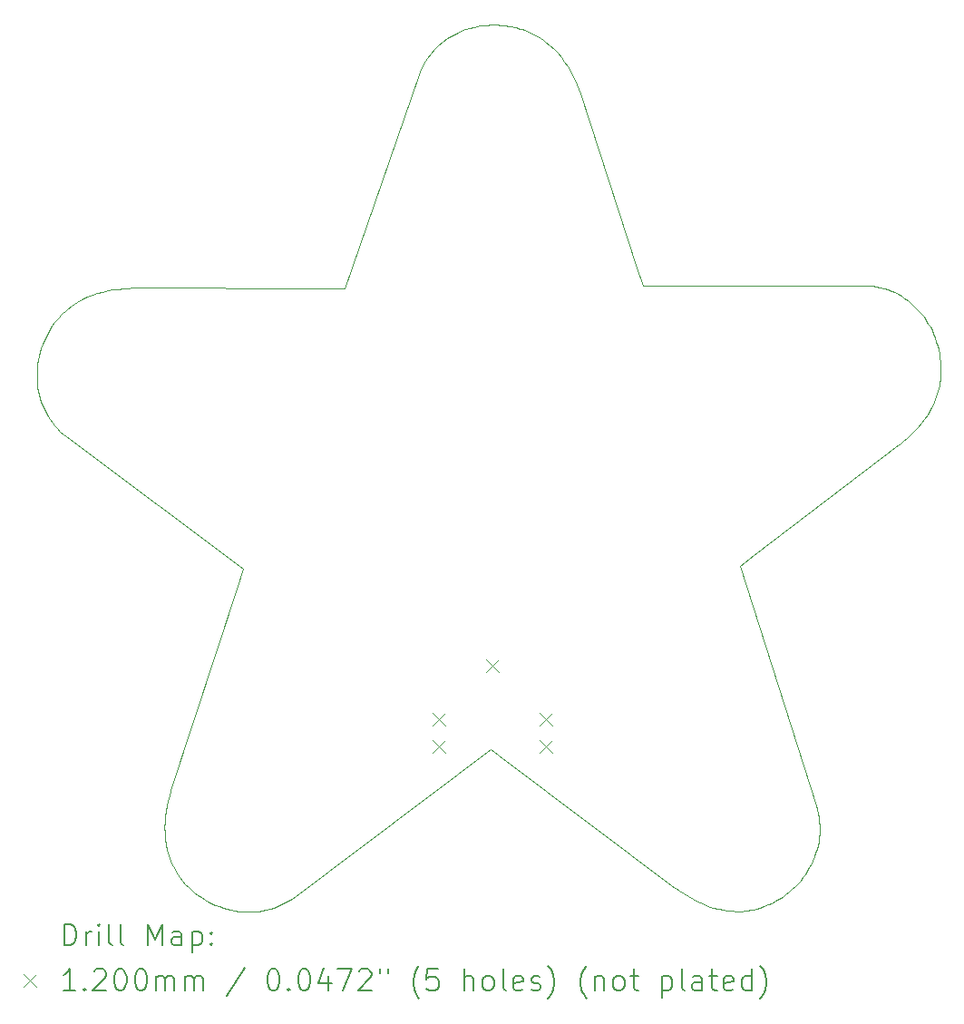
<source format=gbr>
%TF.GenerationSoftware,KiCad,Pcbnew,9.0.0*%
%TF.CreationDate,2025-03-28T10:35:52+01:00*%
%TF.ProjectId,Blinkenstar,426c696e-6b65-46e7-9374-61722e6b6963,rev?*%
%TF.SameCoordinates,Original*%
%TF.FileFunction,Drillmap*%
%TF.FilePolarity,Positive*%
%FSLAX45Y45*%
G04 Gerber Fmt 4.5, Leading zero omitted, Abs format (unit mm)*
G04 Created by KiCad (PCBNEW 9.0.0) date 2025-03-28 10:35:52*
%MOMM*%
%LPD*%
G01*
G04 APERTURE LIST*
%ADD10C,0.052916*%
%ADD11C,0.200000*%
%ADD12C,0.120000*%
G04 APERTURE END LIST*
D10*
X11512528Y-4744853D02*
X11531228Y-4745531D01*
X11549971Y-4746627D01*
X11568748Y-4748144D01*
X11587554Y-4750085D01*
X11606380Y-4752450D01*
X11625219Y-4755243D01*
X11644063Y-4758465D01*
X11662905Y-4762119D01*
X11681737Y-4766206D01*
X11700553Y-4770729D01*
X11719344Y-4775689D01*
X11738103Y-4781090D01*
X11756823Y-4786932D01*
X11775495Y-4793219D01*
X11775495Y-4793230D01*
X11803647Y-4803695D01*
X11830867Y-4815071D01*
X11857173Y-4827321D01*
X11882581Y-4840403D01*
X11907111Y-4854278D01*
X11930780Y-4868907D01*
X11953605Y-4884250D01*
X11975604Y-4900268D01*
X12017195Y-4934167D01*
X12055696Y-4970289D01*
X12091248Y-5008317D01*
X12123993Y-5047934D01*
X12154072Y-5088822D01*
X12181627Y-5130666D01*
X12206800Y-5173148D01*
X12229732Y-5215952D01*
X12250566Y-5258760D01*
X12269442Y-5301257D01*
X12286504Y-5343124D01*
X12301892Y-5384046D01*
X12302400Y-5385472D01*
X12302898Y-5386901D01*
X12303383Y-5388335D01*
X12303856Y-5389772D01*
X12831927Y-7015616D01*
X12889566Y-7178469D01*
X14953792Y-7178469D01*
X14991558Y-7179535D01*
X15028711Y-7182697D01*
X15065212Y-7187895D01*
X15101024Y-7195074D01*
X15136108Y-7204175D01*
X15170425Y-7215142D01*
X15203937Y-7227916D01*
X15236606Y-7242440D01*
X15268394Y-7258658D01*
X15299260Y-7276511D01*
X15329169Y-7295942D01*
X15358080Y-7316894D01*
X15385955Y-7339309D01*
X15412757Y-7363131D01*
X15438445Y-7388300D01*
X15462983Y-7414761D01*
X15486332Y-7442456D01*
X15508453Y-7471327D01*
X15529308Y-7501316D01*
X15548858Y-7532368D01*
X15567065Y-7564423D01*
X15583890Y-7597425D01*
X15599295Y-7631317D01*
X15613242Y-7666040D01*
X15625693Y-7701538D01*
X15636607Y-7737752D01*
X15645948Y-7774627D01*
X15653677Y-7812104D01*
X15659756Y-7850125D01*
X15664145Y-7888635D01*
X15666806Y-7927574D01*
X15667702Y-7966886D01*
X15667104Y-7996903D01*
X15665339Y-8026342D01*
X15662449Y-8055206D01*
X15658478Y-8083499D01*
X15653468Y-8111224D01*
X15647464Y-8138384D01*
X15640508Y-8164985D01*
X15632643Y-8191028D01*
X15623912Y-8216519D01*
X15614358Y-8241460D01*
X15604025Y-8265855D01*
X15592956Y-8289707D01*
X15581193Y-8313021D01*
X15568780Y-8335800D01*
X15542175Y-8379767D01*
X15513486Y-8421637D01*
X15483059Y-8461439D01*
X15451237Y-8499203D01*
X15418365Y-8534956D01*
X15384789Y-8568729D01*
X15350853Y-8600549D01*
X15316902Y-8630447D01*
X15283281Y-8658451D01*
X15282154Y-8659358D01*
X15281021Y-8660257D01*
X15279881Y-8661146D01*
X15278734Y-8662027D01*
X13918042Y-9696961D01*
X13788840Y-9794681D01*
X14502181Y-12032436D01*
X14502181Y-12032383D01*
X14513008Y-12069876D01*
X14521702Y-12107464D01*
X14528299Y-12145087D01*
X14532839Y-12182688D01*
X14535359Y-12220207D01*
X14535897Y-12257585D01*
X14534491Y-12294764D01*
X14531180Y-12331683D01*
X14526000Y-12368284D01*
X14518991Y-12404509D01*
X14510189Y-12440297D01*
X14499634Y-12475591D01*
X14487362Y-12510330D01*
X14473412Y-12544457D01*
X14457823Y-12577912D01*
X14440631Y-12610635D01*
X14421875Y-12642569D01*
X14401593Y-12673654D01*
X14379822Y-12703831D01*
X14356601Y-12733041D01*
X14331969Y-12761225D01*
X14305961Y-12788324D01*
X14278618Y-12814279D01*
X14249976Y-12839031D01*
X14220074Y-12862521D01*
X14188949Y-12884690D01*
X14156640Y-12905480D01*
X14123185Y-12924830D01*
X14088621Y-12942682D01*
X14052987Y-12958977D01*
X14016320Y-12973656D01*
X13978658Y-12986660D01*
X13978398Y-12986756D01*
X13949146Y-12995349D01*
X13920098Y-13002567D01*
X13891264Y-13008455D01*
X13862654Y-13013058D01*
X13834278Y-13016422D01*
X13806144Y-13018593D01*
X13778263Y-13019616D01*
X13750644Y-13019538D01*
X13723296Y-13018403D01*
X13696230Y-13016257D01*
X13669454Y-13013147D01*
X13642978Y-13009117D01*
X13590965Y-12998482D01*
X13540268Y-12984718D01*
X13490962Y-12968190D01*
X13443125Y-12949263D01*
X13396832Y-12928302D01*
X13352160Y-12905672D01*
X13309186Y-12881739D01*
X13267985Y-12856869D01*
X13228635Y-12831425D01*
X13191211Y-12805774D01*
X13190046Y-12804948D01*
X13188888Y-12804113D01*
X13187736Y-12803269D01*
X13186591Y-12802415D01*
X11609932Y-11617744D01*
X11462810Y-11504087D01*
X9642260Y-12878276D01*
X9642207Y-12878276D01*
X9610288Y-12901041D01*
X9577568Y-12921833D01*
X9544115Y-12940666D01*
X9509998Y-12957556D01*
X9475285Y-12972519D01*
X9440045Y-12985569D01*
X9404348Y-12996723D01*
X9368261Y-13005995D01*
X9331853Y-13013401D01*
X9295194Y-13018955D01*
X9258351Y-13022675D01*
X9221394Y-13024573D01*
X9184391Y-13024667D01*
X9147410Y-13022972D01*
X9110522Y-13019502D01*
X9073794Y-13014273D01*
X9037295Y-13007300D01*
X9001093Y-12998599D01*
X8965259Y-12988186D01*
X8929859Y-12976074D01*
X8894963Y-12962280D01*
X8860640Y-12946820D01*
X8826958Y-12929707D01*
X8793987Y-12910958D01*
X8761794Y-12890588D01*
X8730448Y-12868613D01*
X8700019Y-12845047D01*
X8670574Y-12819906D01*
X8642183Y-12793206D01*
X8614915Y-12764961D01*
X8588837Y-12735187D01*
X8564019Y-12703899D01*
X8546115Y-12679131D01*
X8529595Y-12654093D01*
X8514419Y-12628811D01*
X8500547Y-12603307D01*
X8487937Y-12577607D01*
X8476549Y-12551736D01*
X8466342Y-12525716D01*
X8457275Y-12499574D01*
X8442402Y-12447018D01*
X8431603Y-12394261D01*
X8424553Y-12341500D01*
X8420927Y-12288928D01*
X8420400Y-12236742D01*
X8422646Y-12185137D01*
X8427339Y-12134307D01*
X8434155Y-12084447D01*
X8442769Y-12035753D01*
X8452854Y-11988420D01*
X8464086Y-11942642D01*
X8476139Y-11898615D01*
X8476610Y-11896999D01*
X8477096Y-11895387D01*
X8477597Y-11893779D01*
X8478113Y-11892176D01*
X9103852Y-9979415D01*
X9156914Y-9818990D01*
X7504529Y-8588730D01*
X7504582Y-8588730D01*
X7474589Y-8565080D01*
X7446318Y-8540113D01*
X7419767Y-8513897D01*
X7394936Y-8486503D01*
X7371823Y-8457999D01*
X7350427Y-8428455D01*
X7330747Y-8397940D01*
X7312782Y-8366525D01*
X7296530Y-8334278D01*
X7281990Y-8301268D01*
X7269162Y-8267566D01*
X7258043Y-8233240D01*
X7248634Y-8198360D01*
X7240932Y-8162996D01*
X7234936Y-8127216D01*
X7230646Y-8091091D01*
X7228061Y-8054690D01*
X7227178Y-8018082D01*
X7227997Y-7981336D01*
X7230516Y-7944522D01*
X7234736Y-7907710D01*
X7240653Y-7870969D01*
X7248268Y-7834368D01*
X7257578Y-7797977D01*
X7268584Y-7761864D01*
X7281283Y-7726101D01*
X7295675Y-7690755D01*
X7311758Y-7655897D01*
X7329532Y-7621596D01*
X7348994Y-7587921D01*
X7370144Y-7554942D01*
X7392981Y-7522728D01*
X7411519Y-7498850D01*
X7430664Y-7476165D01*
X7450383Y-7454644D01*
X7470643Y-7434257D01*
X7491411Y-7414973D01*
X7512653Y-7396762D01*
X7556427Y-7363442D01*
X7601699Y-7334056D01*
X7648201Y-7308364D01*
X7695667Y-7286126D01*
X7743832Y-7267103D01*
X7792428Y-7251054D01*
X7841188Y-7237740D01*
X7889847Y-7226921D01*
X7938138Y-7218356D01*
X7985795Y-7211807D01*
X8032550Y-7207032D01*
X8078137Y-7203792D01*
X8122291Y-7201848D01*
X8123802Y-7201805D01*
X8125314Y-7201776D01*
X8126825Y-7201759D01*
X8128337Y-7201755D01*
X9863383Y-7204173D01*
X9864268Y-7204507D01*
X9865151Y-7204845D01*
X10098438Y-7204845D01*
X10795864Y-5207551D01*
X10805791Y-5180950D01*
X10816754Y-5155047D01*
X10828721Y-5129851D01*
X10841662Y-5105371D01*
X10855546Y-5081615D01*
X10870343Y-5058591D01*
X10902553Y-5014775D01*
X10938048Y-4973990D01*
X10976582Y-4936303D01*
X11017911Y-4901782D01*
X11061790Y-4870495D01*
X11107975Y-4842508D01*
X11156221Y-4817890D01*
X11206283Y-4796708D01*
X11257917Y-4779029D01*
X11310878Y-4764920D01*
X11364920Y-4754451D01*
X11419801Y-4747687D01*
X11475274Y-4744696D01*
X11475286Y-4744747D01*
X11493879Y-4744593D01*
X11512528Y-4744853D01*
D11*
D12*
X10919406Y-11169646D02*
X11039406Y-11289646D01*
X11039406Y-11169646D02*
X10919406Y-11289646D01*
X10919406Y-11419646D02*
X11039406Y-11539646D01*
X11039406Y-11419646D02*
X10919406Y-11539646D01*
X11419405Y-10669646D02*
X11539405Y-10789646D01*
X11539405Y-10669646D02*
X11419405Y-10789646D01*
X11919405Y-11169646D02*
X12039405Y-11289646D01*
X12039405Y-11169646D02*
X11919405Y-11289646D01*
X11919405Y-11419646D02*
X12039405Y-11539646D01*
X12039405Y-11419646D02*
X11919405Y-11539646D01*
D11*
X7485309Y-13338797D02*
X7485309Y-13138797D01*
X7485309Y-13138797D02*
X7532928Y-13138797D01*
X7532928Y-13138797D02*
X7561499Y-13148321D01*
X7561499Y-13148321D02*
X7580547Y-13167368D01*
X7580547Y-13167368D02*
X7590071Y-13186416D01*
X7590071Y-13186416D02*
X7599594Y-13224511D01*
X7599594Y-13224511D02*
X7599594Y-13253083D01*
X7599594Y-13253083D02*
X7590071Y-13291178D01*
X7590071Y-13291178D02*
X7580547Y-13310226D01*
X7580547Y-13310226D02*
X7561499Y-13329273D01*
X7561499Y-13329273D02*
X7532928Y-13338797D01*
X7532928Y-13338797D02*
X7485309Y-13338797D01*
X7685309Y-13338797D02*
X7685309Y-13205464D01*
X7685309Y-13243559D02*
X7694832Y-13224511D01*
X7694832Y-13224511D02*
X7704356Y-13214987D01*
X7704356Y-13214987D02*
X7723404Y-13205464D01*
X7723404Y-13205464D02*
X7742452Y-13205464D01*
X7809118Y-13338797D02*
X7809118Y-13205464D01*
X7809118Y-13138797D02*
X7799594Y-13148321D01*
X7799594Y-13148321D02*
X7809118Y-13157845D01*
X7809118Y-13157845D02*
X7818642Y-13148321D01*
X7818642Y-13148321D02*
X7809118Y-13138797D01*
X7809118Y-13138797D02*
X7809118Y-13157845D01*
X7932928Y-13338797D02*
X7913880Y-13329273D01*
X7913880Y-13329273D02*
X7904356Y-13310226D01*
X7904356Y-13310226D02*
X7904356Y-13138797D01*
X8037690Y-13338797D02*
X8018642Y-13329273D01*
X8018642Y-13329273D02*
X8009118Y-13310226D01*
X8009118Y-13310226D02*
X8009118Y-13138797D01*
X8266261Y-13338797D02*
X8266261Y-13138797D01*
X8266261Y-13138797D02*
X8332928Y-13281654D01*
X8332928Y-13281654D02*
X8399594Y-13138797D01*
X8399594Y-13138797D02*
X8399594Y-13338797D01*
X8580547Y-13338797D02*
X8580547Y-13234035D01*
X8580547Y-13234035D02*
X8571023Y-13214987D01*
X8571023Y-13214987D02*
X8551975Y-13205464D01*
X8551975Y-13205464D02*
X8513880Y-13205464D01*
X8513880Y-13205464D02*
X8494833Y-13214987D01*
X8580547Y-13329273D02*
X8561499Y-13338797D01*
X8561499Y-13338797D02*
X8513880Y-13338797D01*
X8513880Y-13338797D02*
X8494833Y-13329273D01*
X8494833Y-13329273D02*
X8485309Y-13310226D01*
X8485309Y-13310226D02*
X8485309Y-13291178D01*
X8485309Y-13291178D02*
X8494833Y-13272130D01*
X8494833Y-13272130D02*
X8513880Y-13262607D01*
X8513880Y-13262607D02*
X8561499Y-13262607D01*
X8561499Y-13262607D02*
X8580547Y-13253083D01*
X8675785Y-13205464D02*
X8675785Y-13405464D01*
X8675785Y-13214987D02*
X8694833Y-13205464D01*
X8694833Y-13205464D02*
X8732928Y-13205464D01*
X8732928Y-13205464D02*
X8751975Y-13214987D01*
X8751975Y-13214987D02*
X8761499Y-13224511D01*
X8761499Y-13224511D02*
X8771023Y-13243559D01*
X8771023Y-13243559D02*
X8771023Y-13300702D01*
X8771023Y-13300702D02*
X8761499Y-13319749D01*
X8761499Y-13319749D02*
X8751975Y-13329273D01*
X8751975Y-13329273D02*
X8732928Y-13338797D01*
X8732928Y-13338797D02*
X8694833Y-13338797D01*
X8694833Y-13338797D02*
X8675785Y-13329273D01*
X8856737Y-13319749D02*
X8866261Y-13329273D01*
X8866261Y-13329273D02*
X8856737Y-13338797D01*
X8856737Y-13338797D02*
X8847214Y-13329273D01*
X8847214Y-13329273D02*
X8856737Y-13319749D01*
X8856737Y-13319749D02*
X8856737Y-13338797D01*
X8856737Y-13214987D02*
X8866261Y-13224511D01*
X8866261Y-13224511D02*
X8856737Y-13234035D01*
X8856737Y-13234035D02*
X8847214Y-13224511D01*
X8847214Y-13224511D02*
X8856737Y-13214987D01*
X8856737Y-13214987D02*
X8856737Y-13234035D01*
D12*
X7104532Y-13607313D02*
X7224532Y-13727313D01*
X7224532Y-13607313D02*
X7104532Y-13727313D01*
D11*
X7590071Y-13758797D02*
X7475785Y-13758797D01*
X7532928Y-13758797D02*
X7532928Y-13558797D01*
X7532928Y-13558797D02*
X7513880Y-13587368D01*
X7513880Y-13587368D02*
X7494832Y-13606416D01*
X7494832Y-13606416D02*
X7475785Y-13615940D01*
X7675785Y-13739749D02*
X7685309Y-13749273D01*
X7685309Y-13749273D02*
X7675785Y-13758797D01*
X7675785Y-13758797D02*
X7666261Y-13749273D01*
X7666261Y-13749273D02*
X7675785Y-13739749D01*
X7675785Y-13739749D02*
X7675785Y-13758797D01*
X7761499Y-13577845D02*
X7771023Y-13568321D01*
X7771023Y-13568321D02*
X7790071Y-13558797D01*
X7790071Y-13558797D02*
X7837690Y-13558797D01*
X7837690Y-13558797D02*
X7856737Y-13568321D01*
X7856737Y-13568321D02*
X7866261Y-13577845D01*
X7866261Y-13577845D02*
X7875785Y-13596892D01*
X7875785Y-13596892D02*
X7875785Y-13615940D01*
X7875785Y-13615940D02*
X7866261Y-13644511D01*
X7866261Y-13644511D02*
X7751975Y-13758797D01*
X7751975Y-13758797D02*
X7875785Y-13758797D01*
X7999594Y-13558797D02*
X8018642Y-13558797D01*
X8018642Y-13558797D02*
X8037690Y-13568321D01*
X8037690Y-13568321D02*
X8047213Y-13577845D01*
X8047213Y-13577845D02*
X8056737Y-13596892D01*
X8056737Y-13596892D02*
X8066261Y-13634987D01*
X8066261Y-13634987D02*
X8066261Y-13682607D01*
X8066261Y-13682607D02*
X8056737Y-13720702D01*
X8056737Y-13720702D02*
X8047213Y-13739749D01*
X8047213Y-13739749D02*
X8037690Y-13749273D01*
X8037690Y-13749273D02*
X8018642Y-13758797D01*
X8018642Y-13758797D02*
X7999594Y-13758797D01*
X7999594Y-13758797D02*
X7980547Y-13749273D01*
X7980547Y-13749273D02*
X7971023Y-13739749D01*
X7971023Y-13739749D02*
X7961499Y-13720702D01*
X7961499Y-13720702D02*
X7951975Y-13682607D01*
X7951975Y-13682607D02*
X7951975Y-13634987D01*
X7951975Y-13634987D02*
X7961499Y-13596892D01*
X7961499Y-13596892D02*
X7971023Y-13577845D01*
X7971023Y-13577845D02*
X7980547Y-13568321D01*
X7980547Y-13568321D02*
X7999594Y-13558797D01*
X8190071Y-13558797D02*
X8209118Y-13558797D01*
X8209118Y-13558797D02*
X8228166Y-13568321D01*
X8228166Y-13568321D02*
X8237690Y-13577845D01*
X8237690Y-13577845D02*
X8247213Y-13596892D01*
X8247213Y-13596892D02*
X8256737Y-13634987D01*
X8256737Y-13634987D02*
X8256737Y-13682607D01*
X8256737Y-13682607D02*
X8247213Y-13720702D01*
X8247213Y-13720702D02*
X8237690Y-13739749D01*
X8237690Y-13739749D02*
X8228166Y-13749273D01*
X8228166Y-13749273D02*
X8209118Y-13758797D01*
X8209118Y-13758797D02*
X8190071Y-13758797D01*
X8190071Y-13758797D02*
X8171023Y-13749273D01*
X8171023Y-13749273D02*
X8161499Y-13739749D01*
X8161499Y-13739749D02*
X8151975Y-13720702D01*
X8151975Y-13720702D02*
X8142452Y-13682607D01*
X8142452Y-13682607D02*
X8142452Y-13634987D01*
X8142452Y-13634987D02*
X8151975Y-13596892D01*
X8151975Y-13596892D02*
X8161499Y-13577845D01*
X8161499Y-13577845D02*
X8171023Y-13568321D01*
X8171023Y-13568321D02*
X8190071Y-13558797D01*
X8342452Y-13758797D02*
X8342452Y-13625464D01*
X8342452Y-13644511D02*
X8351975Y-13634987D01*
X8351975Y-13634987D02*
X8371023Y-13625464D01*
X8371023Y-13625464D02*
X8399595Y-13625464D01*
X8399595Y-13625464D02*
X8418642Y-13634987D01*
X8418642Y-13634987D02*
X8428166Y-13654035D01*
X8428166Y-13654035D02*
X8428166Y-13758797D01*
X8428166Y-13654035D02*
X8437690Y-13634987D01*
X8437690Y-13634987D02*
X8456737Y-13625464D01*
X8456737Y-13625464D02*
X8485309Y-13625464D01*
X8485309Y-13625464D02*
X8504356Y-13634987D01*
X8504356Y-13634987D02*
X8513880Y-13654035D01*
X8513880Y-13654035D02*
X8513880Y-13758797D01*
X8609118Y-13758797D02*
X8609118Y-13625464D01*
X8609118Y-13644511D02*
X8618642Y-13634987D01*
X8618642Y-13634987D02*
X8637690Y-13625464D01*
X8637690Y-13625464D02*
X8666261Y-13625464D01*
X8666261Y-13625464D02*
X8685309Y-13634987D01*
X8685309Y-13634987D02*
X8694833Y-13654035D01*
X8694833Y-13654035D02*
X8694833Y-13758797D01*
X8694833Y-13654035D02*
X8704356Y-13634987D01*
X8704356Y-13634987D02*
X8723404Y-13625464D01*
X8723404Y-13625464D02*
X8751975Y-13625464D01*
X8751975Y-13625464D02*
X8771023Y-13634987D01*
X8771023Y-13634987D02*
X8780547Y-13654035D01*
X8780547Y-13654035D02*
X8780547Y-13758797D01*
X9171023Y-13549273D02*
X8999595Y-13806416D01*
X9428166Y-13558797D02*
X9447214Y-13558797D01*
X9447214Y-13558797D02*
X9466261Y-13568321D01*
X9466261Y-13568321D02*
X9475785Y-13577845D01*
X9475785Y-13577845D02*
X9485309Y-13596892D01*
X9485309Y-13596892D02*
X9494833Y-13634987D01*
X9494833Y-13634987D02*
X9494833Y-13682607D01*
X9494833Y-13682607D02*
X9485309Y-13720702D01*
X9485309Y-13720702D02*
X9475785Y-13739749D01*
X9475785Y-13739749D02*
X9466261Y-13749273D01*
X9466261Y-13749273D02*
X9447214Y-13758797D01*
X9447214Y-13758797D02*
X9428166Y-13758797D01*
X9428166Y-13758797D02*
X9409118Y-13749273D01*
X9409118Y-13749273D02*
X9399595Y-13739749D01*
X9399595Y-13739749D02*
X9390071Y-13720702D01*
X9390071Y-13720702D02*
X9380547Y-13682607D01*
X9380547Y-13682607D02*
X9380547Y-13634987D01*
X9380547Y-13634987D02*
X9390071Y-13596892D01*
X9390071Y-13596892D02*
X9399595Y-13577845D01*
X9399595Y-13577845D02*
X9409118Y-13568321D01*
X9409118Y-13568321D02*
X9428166Y-13558797D01*
X9580547Y-13739749D02*
X9590071Y-13749273D01*
X9590071Y-13749273D02*
X9580547Y-13758797D01*
X9580547Y-13758797D02*
X9571023Y-13749273D01*
X9571023Y-13749273D02*
X9580547Y-13739749D01*
X9580547Y-13739749D02*
X9580547Y-13758797D01*
X9713880Y-13558797D02*
X9732928Y-13558797D01*
X9732928Y-13558797D02*
X9751976Y-13568321D01*
X9751976Y-13568321D02*
X9761499Y-13577845D01*
X9761499Y-13577845D02*
X9771023Y-13596892D01*
X9771023Y-13596892D02*
X9780547Y-13634987D01*
X9780547Y-13634987D02*
X9780547Y-13682607D01*
X9780547Y-13682607D02*
X9771023Y-13720702D01*
X9771023Y-13720702D02*
X9761499Y-13739749D01*
X9761499Y-13739749D02*
X9751976Y-13749273D01*
X9751976Y-13749273D02*
X9732928Y-13758797D01*
X9732928Y-13758797D02*
X9713880Y-13758797D01*
X9713880Y-13758797D02*
X9694833Y-13749273D01*
X9694833Y-13749273D02*
X9685309Y-13739749D01*
X9685309Y-13739749D02*
X9675785Y-13720702D01*
X9675785Y-13720702D02*
X9666261Y-13682607D01*
X9666261Y-13682607D02*
X9666261Y-13634987D01*
X9666261Y-13634987D02*
X9675785Y-13596892D01*
X9675785Y-13596892D02*
X9685309Y-13577845D01*
X9685309Y-13577845D02*
X9694833Y-13568321D01*
X9694833Y-13568321D02*
X9713880Y-13558797D01*
X9951976Y-13625464D02*
X9951976Y-13758797D01*
X9904357Y-13549273D02*
X9856738Y-13692130D01*
X9856738Y-13692130D02*
X9980547Y-13692130D01*
X10037690Y-13558797D02*
X10171023Y-13558797D01*
X10171023Y-13558797D02*
X10085309Y-13758797D01*
X10237690Y-13577845D02*
X10247214Y-13568321D01*
X10247214Y-13568321D02*
X10266261Y-13558797D01*
X10266261Y-13558797D02*
X10313880Y-13558797D01*
X10313880Y-13558797D02*
X10332928Y-13568321D01*
X10332928Y-13568321D02*
X10342452Y-13577845D01*
X10342452Y-13577845D02*
X10351976Y-13596892D01*
X10351976Y-13596892D02*
X10351976Y-13615940D01*
X10351976Y-13615940D02*
X10342452Y-13644511D01*
X10342452Y-13644511D02*
X10228166Y-13758797D01*
X10228166Y-13758797D02*
X10351976Y-13758797D01*
X10428166Y-13558797D02*
X10428166Y-13596892D01*
X10504357Y-13558797D02*
X10504357Y-13596892D01*
X10799595Y-13834987D02*
X10790071Y-13825464D01*
X10790071Y-13825464D02*
X10771023Y-13796892D01*
X10771023Y-13796892D02*
X10761500Y-13777845D01*
X10761500Y-13777845D02*
X10751976Y-13749273D01*
X10751976Y-13749273D02*
X10742452Y-13701654D01*
X10742452Y-13701654D02*
X10742452Y-13663559D01*
X10742452Y-13663559D02*
X10751976Y-13615940D01*
X10751976Y-13615940D02*
X10761500Y-13587368D01*
X10761500Y-13587368D02*
X10771023Y-13568321D01*
X10771023Y-13568321D02*
X10790071Y-13539749D01*
X10790071Y-13539749D02*
X10799595Y-13530226D01*
X10971023Y-13558797D02*
X10875785Y-13558797D01*
X10875785Y-13558797D02*
X10866261Y-13654035D01*
X10866261Y-13654035D02*
X10875785Y-13644511D01*
X10875785Y-13644511D02*
X10894833Y-13634987D01*
X10894833Y-13634987D02*
X10942452Y-13634987D01*
X10942452Y-13634987D02*
X10961500Y-13644511D01*
X10961500Y-13644511D02*
X10971023Y-13654035D01*
X10971023Y-13654035D02*
X10980547Y-13673083D01*
X10980547Y-13673083D02*
X10980547Y-13720702D01*
X10980547Y-13720702D02*
X10971023Y-13739749D01*
X10971023Y-13739749D02*
X10961500Y-13749273D01*
X10961500Y-13749273D02*
X10942452Y-13758797D01*
X10942452Y-13758797D02*
X10894833Y-13758797D01*
X10894833Y-13758797D02*
X10875785Y-13749273D01*
X10875785Y-13749273D02*
X10866261Y-13739749D01*
X11218642Y-13758797D02*
X11218642Y-13558797D01*
X11304357Y-13758797D02*
X11304357Y-13654035D01*
X11304357Y-13654035D02*
X11294833Y-13634987D01*
X11294833Y-13634987D02*
X11275785Y-13625464D01*
X11275785Y-13625464D02*
X11247214Y-13625464D01*
X11247214Y-13625464D02*
X11228166Y-13634987D01*
X11228166Y-13634987D02*
X11218642Y-13644511D01*
X11428166Y-13758797D02*
X11409119Y-13749273D01*
X11409119Y-13749273D02*
X11399595Y-13739749D01*
X11399595Y-13739749D02*
X11390071Y-13720702D01*
X11390071Y-13720702D02*
X11390071Y-13663559D01*
X11390071Y-13663559D02*
X11399595Y-13644511D01*
X11399595Y-13644511D02*
X11409119Y-13634987D01*
X11409119Y-13634987D02*
X11428166Y-13625464D01*
X11428166Y-13625464D02*
X11456738Y-13625464D01*
X11456738Y-13625464D02*
X11475785Y-13634987D01*
X11475785Y-13634987D02*
X11485309Y-13644511D01*
X11485309Y-13644511D02*
X11494833Y-13663559D01*
X11494833Y-13663559D02*
X11494833Y-13720702D01*
X11494833Y-13720702D02*
X11485309Y-13739749D01*
X11485309Y-13739749D02*
X11475785Y-13749273D01*
X11475785Y-13749273D02*
X11456738Y-13758797D01*
X11456738Y-13758797D02*
X11428166Y-13758797D01*
X11609119Y-13758797D02*
X11590071Y-13749273D01*
X11590071Y-13749273D02*
X11580547Y-13730226D01*
X11580547Y-13730226D02*
X11580547Y-13558797D01*
X11761500Y-13749273D02*
X11742452Y-13758797D01*
X11742452Y-13758797D02*
X11704357Y-13758797D01*
X11704357Y-13758797D02*
X11685309Y-13749273D01*
X11685309Y-13749273D02*
X11675785Y-13730226D01*
X11675785Y-13730226D02*
X11675785Y-13654035D01*
X11675785Y-13654035D02*
X11685309Y-13634987D01*
X11685309Y-13634987D02*
X11704357Y-13625464D01*
X11704357Y-13625464D02*
X11742452Y-13625464D01*
X11742452Y-13625464D02*
X11761500Y-13634987D01*
X11761500Y-13634987D02*
X11771023Y-13654035D01*
X11771023Y-13654035D02*
X11771023Y-13673083D01*
X11771023Y-13673083D02*
X11675785Y-13692130D01*
X11847214Y-13749273D02*
X11866261Y-13758797D01*
X11866261Y-13758797D02*
X11904357Y-13758797D01*
X11904357Y-13758797D02*
X11923404Y-13749273D01*
X11923404Y-13749273D02*
X11932928Y-13730226D01*
X11932928Y-13730226D02*
X11932928Y-13720702D01*
X11932928Y-13720702D02*
X11923404Y-13701654D01*
X11923404Y-13701654D02*
X11904357Y-13692130D01*
X11904357Y-13692130D02*
X11875785Y-13692130D01*
X11875785Y-13692130D02*
X11856738Y-13682607D01*
X11856738Y-13682607D02*
X11847214Y-13663559D01*
X11847214Y-13663559D02*
X11847214Y-13654035D01*
X11847214Y-13654035D02*
X11856738Y-13634987D01*
X11856738Y-13634987D02*
X11875785Y-13625464D01*
X11875785Y-13625464D02*
X11904357Y-13625464D01*
X11904357Y-13625464D02*
X11923404Y-13634987D01*
X11999595Y-13834987D02*
X12009119Y-13825464D01*
X12009119Y-13825464D02*
X12028166Y-13796892D01*
X12028166Y-13796892D02*
X12037690Y-13777845D01*
X12037690Y-13777845D02*
X12047214Y-13749273D01*
X12047214Y-13749273D02*
X12056738Y-13701654D01*
X12056738Y-13701654D02*
X12056738Y-13663559D01*
X12056738Y-13663559D02*
X12047214Y-13615940D01*
X12047214Y-13615940D02*
X12037690Y-13587368D01*
X12037690Y-13587368D02*
X12028166Y-13568321D01*
X12028166Y-13568321D02*
X12009119Y-13539749D01*
X12009119Y-13539749D02*
X11999595Y-13530226D01*
X12361500Y-13834987D02*
X12351976Y-13825464D01*
X12351976Y-13825464D02*
X12332928Y-13796892D01*
X12332928Y-13796892D02*
X12323404Y-13777845D01*
X12323404Y-13777845D02*
X12313881Y-13749273D01*
X12313881Y-13749273D02*
X12304357Y-13701654D01*
X12304357Y-13701654D02*
X12304357Y-13663559D01*
X12304357Y-13663559D02*
X12313881Y-13615940D01*
X12313881Y-13615940D02*
X12323404Y-13587368D01*
X12323404Y-13587368D02*
X12332928Y-13568321D01*
X12332928Y-13568321D02*
X12351976Y-13539749D01*
X12351976Y-13539749D02*
X12361500Y-13530226D01*
X12437690Y-13625464D02*
X12437690Y-13758797D01*
X12437690Y-13644511D02*
X12447214Y-13634987D01*
X12447214Y-13634987D02*
X12466261Y-13625464D01*
X12466261Y-13625464D02*
X12494833Y-13625464D01*
X12494833Y-13625464D02*
X12513881Y-13634987D01*
X12513881Y-13634987D02*
X12523404Y-13654035D01*
X12523404Y-13654035D02*
X12523404Y-13758797D01*
X12647214Y-13758797D02*
X12628166Y-13749273D01*
X12628166Y-13749273D02*
X12618642Y-13739749D01*
X12618642Y-13739749D02*
X12609119Y-13720702D01*
X12609119Y-13720702D02*
X12609119Y-13663559D01*
X12609119Y-13663559D02*
X12618642Y-13644511D01*
X12618642Y-13644511D02*
X12628166Y-13634987D01*
X12628166Y-13634987D02*
X12647214Y-13625464D01*
X12647214Y-13625464D02*
X12675785Y-13625464D01*
X12675785Y-13625464D02*
X12694833Y-13634987D01*
X12694833Y-13634987D02*
X12704357Y-13644511D01*
X12704357Y-13644511D02*
X12713881Y-13663559D01*
X12713881Y-13663559D02*
X12713881Y-13720702D01*
X12713881Y-13720702D02*
X12704357Y-13739749D01*
X12704357Y-13739749D02*
X12694833Y-13749273D01*
X12694833Y-13749273D02*
X12675785Y-13758797D01*
X12675785Y-13758797D02*
X12647214Y-13758797D01*
X12771023Y-13625464D02*
X12847214Y-13625464D01*
X12799595Y-13558797D02*
X12799595Y-13730226D01*
X12799595Y-13730226D02*
X12809119Y-13749273D01*
X12809119Y-13749273D02*
X12828166Y-13758797D01*
X12828166Y-13758797D02*
X12847214Y-13758797D01*
X13066262Y-13625464D02*
X13066262Y-13825464D01*
X13066262Y-13634987D02*
X13085309Y-13625464D01*
X13085309Y-13625464D02*
X13123404Y-13625464D01*
X13123404Y-13625464D02*
X13142452Y-13634987D01*
X13142452Y-13634987D02*
X13151976Y-13644511D01*
X13151976Y-13644511D02*
X13161500Y-13663559D01*
X13161500Y-13663559D02*
X13161500Y-13720702D01*
X13161500Y-13720702D02*
X13151976Y-13739749D01*
X13151976Y-13739749D02*
X13142452Y-13749273D01*
X13142452Y-13749273D02*
X13123404Y-13758797D01*
X13123404Y-13758797D02*
X13085309Y-13758797D01*
X13085309Y-13758797D02*
X13066262Y-13749273D01*
X13275785Y-13758797D02*
X13256738Y-13749273D01*
X13256738Y-13749273D02*
X13247214Y-13730226D01*
X13247214Y-13730226D02*
X13247214Y-13558797D01*
X13437690Y-13758797D02*
X13437690Y-13654035D01*
X13437690Y-13654035D02*
X13428166Y-13634987D01*
X13428166Y-13634987D02*
X13409119Y-13625464D01*
X13409119Y-13625464D02*
X13371023Y-13625464D01*
X13371023Y-13625464D02*
X13351976Y-13634987D01*
X13437690Y-13749273D02*
X13418643Y-13758797D01*
X13418643Y-13758797D02*
X13371023Y-13758797D01*
X13371023Y-13758797D02*
X13351976Y-13749273D01*
X13351976Y-13749273D02*
X13342452Y-13730226D01*
X13342452Y-13730226D02*
X13342452Y-13711178D01*
X13342452Y-13711178D02*
X13351976Y-13692130D01*
X13351976Y-13692130D02*
X13371023Y-13682607D01*
X13371023Y-13682607D02*
X13418643Y-13682607D01*
X13418643Y-13682607D02*
X13437690Y-13673083D01*
X13504357Y-13625464D02*
X13580547Y-13625464D01*
X13532928Y-13558797D02*
X13532928Y-13730226D01*
X13532928Y-13730226D02*
X13542452Y-13749273D01*
X13542452Y-13749273D02*
X13561500Y-13758797D01*
X13561500Y-13758797D02*
X13580547Y-13758797D01*
X13723404Y-13749273D02*
X13704357Y-13758797D01*
X13704357Y-13758797D02*
X13666262Y-13758797D01*
X13666262Y-13758797D02*
X13647214Y-13749273D01*
X13647214Y-13749273D02*
X13637690Y-13730226D01*
X13637690Y-13730226D02*
X13637690Y-13654035D01*
X13637690Y-13654035D02*
X13647214Y-13634987D01*
X13647214Y-13634987D02*
X13666262Y-13625464D01*
X13666262Y-13625464D02*
X13704357Y-13625464D01*
X13704357Y-13625464D02*
X13723404Y-13634987D01*
X13723404Y-13634987D02*
X13732928Y-13654035D01*
X13732928Y-13654035D02*
X13732928Y-13673083D01*
X13732928Y-13673083D02*
X13637690Y-13692130D01*
X13904357Y-13758797D02*
X13904357Y-13558797D01*
X13904357Y-13749273D02*
X13885309Y-13758797D01*
X13885309Y-13758797D02*
X13847214Y-13758797D01*
X13847214Y-13758797D02*
X13828166Y-13749273D01*
X13828166Y-13749273D02*
X13818643Y-13739749D01*
X13818643Y-13739749D02*
X13809119Y-13720702D01*
X13809119Y-13720702D02*
X13809119Y-13663559D01*
X13809119Y-13663559D02*
X13818643Y-13644511D01*
X13818643Y-13644511D02*
X13828166Y-13634987D01*
X13828166Y-13634987D02*
X13847214Y-13625464D01*
X13847214Y-13625464D02*
X13885309Y-13625464D01*
X13885309Y-13625464D02*
X13904357Y-13634987D01*
X13980547Y-13834987D02*
X13990071Y-13825464D01*
X13990071Y-13825464D02*
X14009119Y-13796892D01*
X14009119Y-13796892D02*
X14018643Y-13777845D01*
X14018643Y-13777845D02*
X14028166Y-13749273D01*
X14028166Y-13749273D02*
X14037690Y-13701654D01*
X14037690Y-13701654D02*
X14037690Y-13663559D01*
X14037690Y-13663559D02*
X14028166Y-13615940D01*
X14028166Y-13615940D02*
X14018643Y-13587368D01*
X14018643Y-13587368D02*
X14009119Y-13568321D01*
X14009119Y-13568321D02*
X13990071Y-13539749D01*
X13990071Y-13539749D02*
X13980547Y-13530226D01*
M02*

</source>
